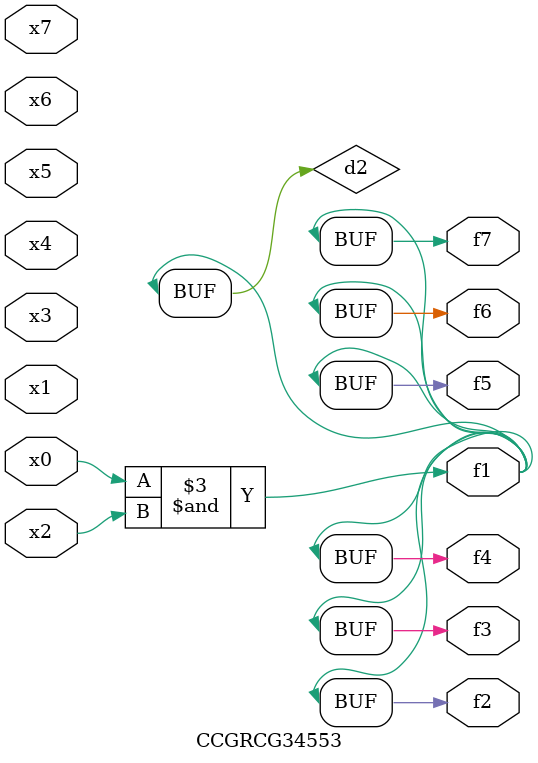
<source format=v>
module CCGRCG34553(
	input x0, x1, x2, x3, x4, x5, x6, x7,
	output f1, f2, f3, f4, f5, f6, f7
);

	wire d1, d2;

	nor (d1, x3, x6);
	and (d2, x0, x2);
	assign f1 = d2;
	assign f2 = d2;
	assign f3 = d2;
	assign f4 = d2;
	assign f5 = d2;
	assign f6 = d2;
	assign f7 = d2;
endmodule

</source>
